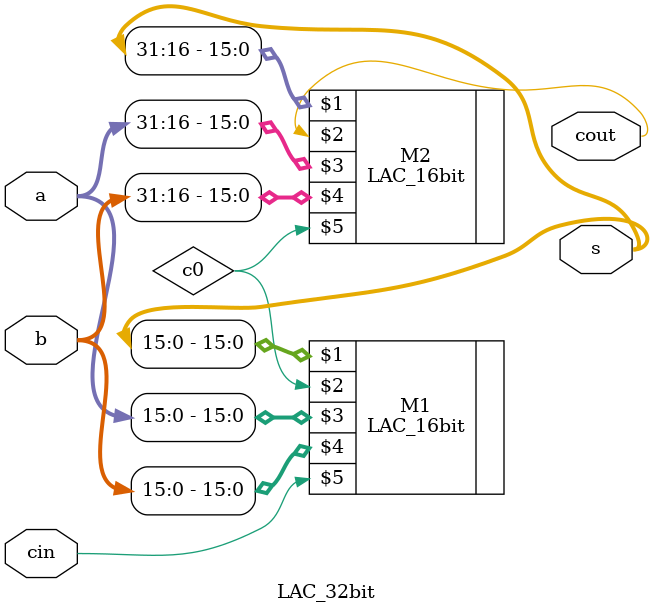
<source format=v>
`timescale 1ns / 1ps
module LAC_32bit(
output [31:0]s,
  output cout,
  input [31:0]a,
  input [31:0]b,
  input cin
    );
	wire c0;
	LAC_16bit M1(s[15:0],c0,a[15:0],b[15:0],cin);
	LAC_16bit M2(s[31:16],cout,a[31:16],b[31:16],c0);

endmodule

</source>
